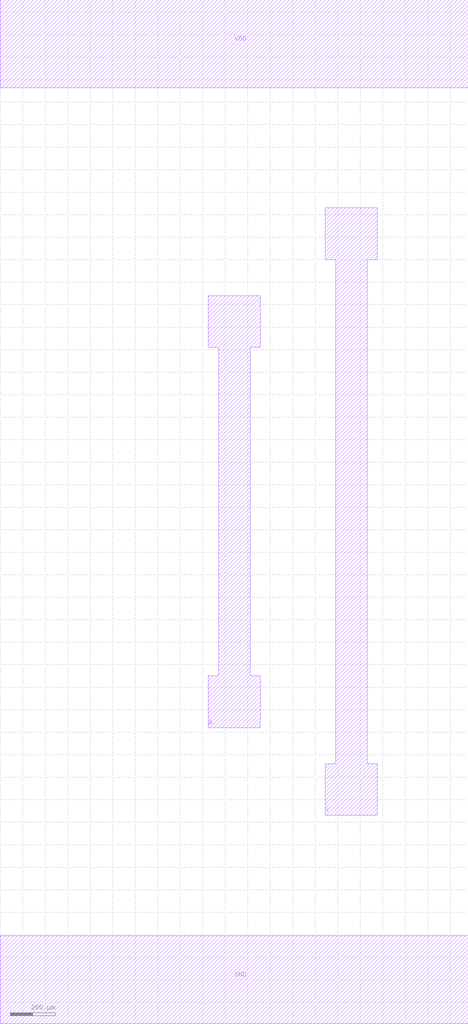
<source format=lef>
MACRO INV
 CLASS CORE ;
 ORIGIN 0 0 ;
 FOREIGN INV 0 0 ;
 SITE CORE ;
 SYMMETRY X Y R90 ;
  PIN VDD
   DIRECTION INOUT ;
   USE SIGNAL ;
   SHAPE ABUTMENT ;
    PORT
     CLASS CORE ;
       LAYER metal2 ;
        RECT 0.00000000 3965.00000000 2080.00000000 4355.00000000 ;
    END
  END VDD

  PIN GND
   DIRECTION INOUT ;
   USE SIGNAL ;
   SHAPE ABUTMENT ;
    PORT
     CLASS CORE ;
       LAYER metal2 ;
        RECT 0.00000000 -195.00000000 2080.00000000 195.00000000 ;
    END
  END GND

  PIN Y
   DIRECTION INOUT ;
   USE SIGNAL ;
   SHAPE ABUTMENT ;
    PORT
     CLASS CORE ;
       LAYER metal2 ;
        POLYGON 1445.00000000 730.00000000 1445.00000000 960.00000000 1490.00000000 960.00000000 1490.00000000 3200.00000000 1445.00000000 3200.00000000 1445.00000000 3430.00000000 1675.00000000 3430.00000000 1675.00000000 3200.00000000 1630.00000000 3200.00000000 1630.00000000 960.00000000 1675.00000000 960.00000000 1675.00000000 730.00000000 ;
    END
  END Y

  PIN A
   DIRECTION INOUT ;
   USE SIGNAL ;
   SHAPE ABUTMENT ;
    PORT
     CLASS CORE ;
       LAYER metal2 ;
        POLYGON 925.00000000 1120.00000000 925.00000000 1350.00000000 970.00000000 1350.00000000 970.00000000 2810.00000000 925.00000000 2810.00000000 925.00000000 3040.00000000 1155.00000000 3040.00000000 1155.00000000 2810.00000000 1110.00000000 2810.00000000 1110.00000000 1350.00000000 1155.00000000 1350.00000000 1155.00000000 1120.00000000 ;
    END
  END A


END INV

</source>
